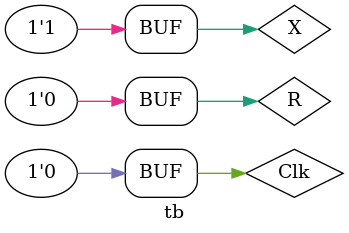
<source format=v>
module statemachine  (output reg  z, input x,input reset,input clk);
reg currentstate ,nextstate ;
parameter a=1'b1,b=1'b0;



always  @(x or currentstate)
begin
// currentstate=a;

z= currentstate | x ; 
case (currentstate)

a: if(x==0)begin nextstate =b  ; end
else begin nextstate =a ; end

b: if(x==0)begin nextstate =b  ; end
else begin nextstate = a ; end
endcase
end 

always @(posedge clk )
begin
if (reset ==0)  //where reset is active low 
begin nextstate <=a ;	end
else begin currentstate <= nextstate ;	end

end
endmodule
 
module tb ();

reg X,R,Clk;
wire   Z ;

statemachine SM(Z,X,R,Clk);

initial 
begin
$monitor ("%b %b %b %b",X,R,Clk,Z);
X=1;
R=1;
Clk=1;
#5
X=0;
R=1;
Clk=1;

#5
X=1;
R=0;
Clk=1;

#5
X=1;
R=0;
Clk=0;

end
endmodule

</source>
